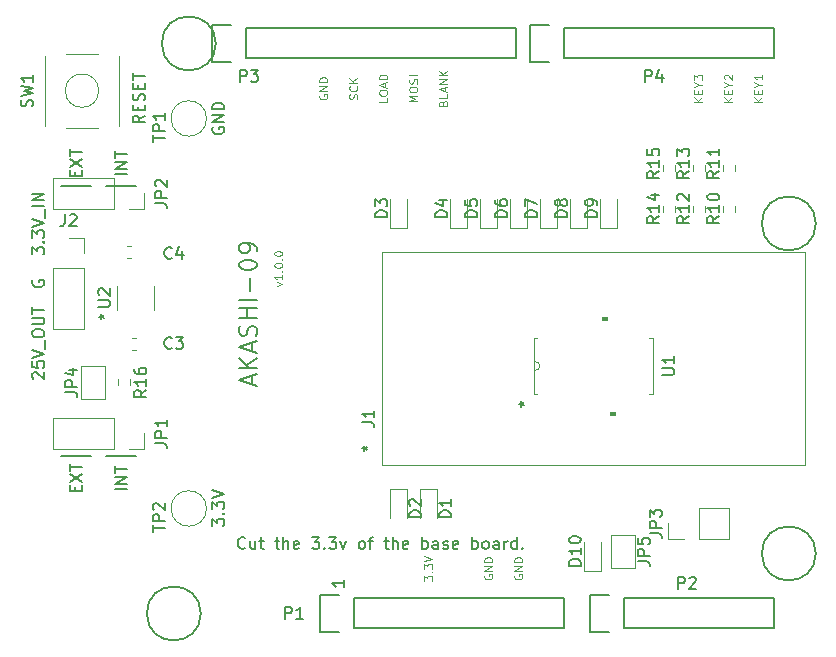
<source format=gto>
G04 #@! TF.GenerationSoftware,KiCad,Pcbnew,5.1.12-84ad8e8a86~92~ubuntu20.04.1*
G04 #@! TF.CreationDate,2022-02-09T05:50:52+09:00*
G04 #@! TF.ProjectId,Akashi-09,416b6173-6869-42d3-9039-2e6b69636164,rev?*
G04 #@! TF.SameCoordinates,Original*
G04 #@! TF.FileFunction,Legend,Top*
G04 #@! TF.FilePolarity,Positive*
%FSLAX46Y46*%
G04 Gerber Fmt 4.6, Leading zero omitted, Abs format (unit mm)*
G04 Created by KiCad (PCBNEW 5.1.12-84ad8e8a86~92~ubuntu20.04.1) date 2022-02-09 05:50:52*
%MOMM*%
%LPD*%
G01*
G04 APERTURE LIST*
%ADD10C,0.150000*%
%ADD11C,0.100000*%
%ADD12C,0.200000*%
%ADD13C,0.120000*%
%ADD14C,0.050000*%
G04 APERTURE END LIST*
D10*
X128278000Y-82676904D02*
X128230380Y-82772142D01*
X128230380Y-82915000D01*
X128278000Y-83057857D01*
X128373238Y-83153095D01*
X128468476Y-83200714D01*
X128658952Y-83248333D01*
X128801809Y-83248333D01*
X128992285Y-83200714D01*
X129087523Y-83153095D01*
X129182761Y-83057857D01*
X129230380Y-82915000D01*
X129230380Y-82819761D01*
X129182761Y-82676904D01*
X129135142Y-82629285D01*
X128801809Y-82629285D01*
X128801809Y-82819761D01*
X129230380Y-82200714D02*
X128230380Y-82200714D01*
X129230380Y-81629285D01*
X128230380Y-81629285D01*
X129230380Y-81153095D02*
X128230380Y-81153095D01*
X128230380Y-80915000D01*
X128278000Y-80772142D01*
X128373238Y-80676904D01*
X128468476Y-80629285D01*
X128658952Y-80581666D01*
X128801809Y-80581666D01*
X128992285Y-80629285D01*
X129087523Y-80676904D01*
X129182761Y-80772142D01*
X129230380Y-80915000D01*
X129230380Y-81153095D01*
X128230380Y-116411190D02*
X128230380Y-115792142D01*
X128611333Y-116125476D01*
X128611333Y-115982619D01*
X128658952Y-115887380D01*
X128706571Y-115839761D01*
X128801809Y-115792142D01*
X129039904Y-115792142D01*
X129135142Y-115839761D01*
X129182761Y-115887380D01*
X129230380Y-115982619D01*
X129230380Y-116268333D01*
X129182761Y-116363571D01*
X129135142Y-116411190D01*
X129135142Y-115363571D02*
X129182761Y-115315952D01*
X129230380Y-115363571D01*
X129182761Y-115411190D01*
X129135142Y-115363571D01*
X129230380Y-115363571D01*
X128230380Y-114982619D02*
X128230380Y-114363571D01*
X128611333Y-114696904D01*
X128611333Y-114554047D01*
X128658952Y-114458809D01*
X128706571Y-114411190D01*
X128801809Y-114363571D01*
X129039904Y-114363571D01*
X129135142Y-114411190D01*
X129182761Y-114458809D01*
X129230380Y-114554047D01*
X129230380Y-114839761D01*
X129182761Y-114935000D01*
X129135142Y-114982619D01*
X128230380Y-114077857D02*
X129230380Y-113744523D01*
X128230380Y-113411190D01*
X122500380Y-81667380D02*
X122024190Y-82000714D01*
X122500380Y-82238809D02*
X121500380Y-82238809D01*
X121500380Y-81857857D01*
X121548000Y-81762619D01*
X121595619Y-81715000D01*
X121690857Y-81667380D01*
X121833714Y-81667380D01*
X121928952Y-81715000D01*
X121976571Y-81762619D01*
X122024190Y-81857857D01*
X122024190Y-82238809D01*
X121976571Y-81238809D02*
X121976571Y-80905476D01*
X122500380Y-80762619D02*
X122500380Y-81238809D01*
X121500380Y-81238809D01*
X121500380Y-80762619D01*
X122452761Y-80381666D02*
X122500380Y-80238809D01*
X122500380Y-80000714D01*
X122452761Y-79905476D01*
X122405142Y-79857857D01*
X122309904Y-79810238D01*
X122214666Y-79810238D01*
X122119428Y-79857857D01*
X122071809Y-79905476D01*
X122024190Y-80000714D01*
X121976571Y-80191190D01*
X121928952Y-80286428D01*
X121881333Y-80334047D01*
X121786095Y-80381666D01*
X121690857Y-80381666D01*
X121595619Y-80334047D01*
X121548000Y-80286428D01*
X121500380Y-80191190D01*
X121500380Y-79953095D01*
X121548000Y-79810238D01*
X121976571Y-79381666D02*
X121976571Y-79048333D01*
X122500380Y-78905476D02*
X122500380Y-79381666D01*
X121500380Y-79381666D01*
X121500380Y-78905476D01*
X121500380Y-78619761D02*
X121500380Y-78048333D01*
X122500380Y-78334047D02*
X121500380Y-78334047D01*
D11*
X169734666Y-80508333D02*
X169034666Y-80508333D01*
X169734666Y-80108333D02*
X169334666Y-80408333D01*
X169034666Y-80108333D02*
X169434666Y-80508333D01*
X169368000Y-79808333D02*
X169368000Y-79575000D01*
X169734666Y-79475000D02*
X169734666Y-79808333D01*
X169034666Y-79808333D01*
X169034666Y-79475000D01*
X169401333Y-79041666D02*
X169734666Y-79041666D01*
X169034666Y-79275000D02*
X169401333Y-79041666D01*
X169034666Y-78808333D01*
X169034666Y-78641666D02*
X169034666Y-78208333D01*
X169301333Y-78441666D01*
X169301333Y-78341666D01*
X169334666Y-78275000D01*
X169368000Y-78241666D01*
X169434666Y-78208333D01*
X169601333Y-78208333D01*
X169668000Y-78241666D01*
X169701333Y-78275000D01*
X169734666Y-78341666D01*
X169734666Y-78541666D01*
X169701333Y-78608333D01*
X169668000Y-78641666D01*
D10*
X119253000Y-110490000D02*
X121793000Y-110490000D01*
X117983000Y-110490000D02*
X115443000Y-110490000D01*
X119253000Y-87630000D02*
X121793000Y-87630000D01*
X115443000Y-87630000D02*
X117983000Y-87630000D01*
X116641571Y-86796428D02*
X116641571Y-86463095D01*
X117165380Y-86320238D02*
X117165380Y-86796428D01*
X116165380Y-86796428D01*
X116165380Y-86320238D01*
X116165380Y-85986904D02*
X117165380Y-85320238D01*
X116165380Y-85320238D02*
X117165380Y-85986904D01*
X116165380Y-85082142D02*
X116165380Y-84510714D01*
X117165380Y-84796428D02*
X116165380Y-84796428D01*
X120975380Y-86629761D02*
X119975380Y-86629761D01*
X120975380Y-86153571D02*
X119975380Y-86153571D01*
X120975380Y-85582142D01*
X119975380Y-85582142D01*
X119975380Y-85248809D02*
X119975380Y-84677380D01*
X120975380Y-84963095D02*
X119975380Y-84963095D01*
X120975380Y-113299761D02*
X119975380Y-113299761D01*
X120975380Y-112823571D02*
X119975380Y-112823571D01*
X120975380Y-112252142D01*
X119975380Y-112252142D01*
X119975380Y-111918809D02*
X119975380Y-111347380D01*
X120975380Y-111633095D02*
X119975380Y-111633095D01*
X116641571Y-113466428D02*
X116641571Y-113133095D01*
X117165380Y-112990238D02*
X117165380Y-113466428D01*
X116165380Y-113466428D01*
X116165380Y-112990238D01*
X116165380Y-112656904D02*
X117165380Y-111990238D01*
X116165380Y-111990238D02*
X117165380Y-112656904D01*
X116165380Y-111752142D02*
X116165380Y-111180714D01*
X117165380Y-111466428D02*
X116165380Y-111466428D01*
X131014666Y-118272142D02*
X130967047Y-118319761D01*
X130824190Y-118367380D01*
X130728952Y-118367380D01*
X130586095Y-118319761D01*
X130490857Y-118224523D01*
X130443238Y-118129285D01*
X130395619Y-117938809D01*
X130395619Y-117795952D01*
X130443238Y-117605476D01*
X130490857Y-117510238D01*
X130586095Y-117415000D01*
X130728952Y-117367380D01*
X130824190Y-117367380D01*
X130967047Y-117415000D01*
X131014666Y-117462619D01*
X131871809Y-117700714D02*
X131871809Y-118367380D01*
X131443238Y-117700714D02*
X131443238Y-118224523D01*
X131490857Y-118319761D01*
X131586095Y-118367380D01*
X131728952Y-118367380D01*
X131824190Y-118319761D01*
X131871809Y-118272142D01*
X132205142Y-117700714D02*
X132586095Y-117700714D01*
X132348000Y-117367380D02*
X132348000Y-118224523D01*
X132395619Y-118319761D01*
X132490857Y-118367380D01*
X132586095Y-118367380D01*
X133538476Y-117700714D02*
X133919428Y-117700714D01*
X133681333Y-117367380D02*
X133681333Y-118224523D01*
X133728952Y-118319761D01*
X133824190Y-118367380D01*
X133919428Y-118367380D01*
X134252761Y-118367380D02*
X134252761Y-117367380D01*
X134681333Y-118367380D02*
X134681333Y-117843571D01*
X134633714Y-117748333D01*
X134538476Y-117700714D01*
X134395619Y-117700714D01*
X134300380Y-117748333D01*
X134252761Y-117795952D01*
X135538476Y-118319761D02*
X135443238Y-118367380D01*
X135252761Y-118367380D01*
X135157523Y-118319761D01*
X135109904Y-118224523D01*
X135109904Y-117843571D01*
X135157523Y-117748333D01*
X135252761Y-117700714D01*
X135443238Y-117700714D01*
X135538476Y-117748333D01*
X135586095Y-117843571D01*
X135586095Y-117938809D01*
X135109904Y-118034047D01*
X136681333Y-117367380D02*
X137300380Y-117367380D01*
X136967047Y-117748333D01*
X137109904Y-117748333D01*
X137205142Y-117795952D01*
X137252761Y-117843571D01*
X137300380Y-117938809D01*
X137300380Y-118176904D01*
X137252761Y-118272142D01*
X137205142Y-118319761D01*
X137109904Y-118367380D01*
X136824190Y-118367380D01*
X136728952Y-118319761D01*
X136681333Y-118272142D01*
X137728952Y-118272142D02*
X137776571Y-118319761D01*
X137728952Y-118367380D01*
X137681333Y-118319761D01*
X137728952Y-118272142D01*
X137728952Y-118367380D01*
X138109904Y-117367380D02*
X138728952Y-117367380D01*
X138395619Y-117748333D01*
X138538476Y-117748333D01*
X138633714Y-117795952D01*
X138681333Y-117843571D01*
X138728952Y-117938809D01*
X138728952Y-118176904D01*
X138681333Y-118272142D01*
X138633714Y-118319761D01*
X138538476Y-118367380D01*
X138252761Y-118367380D01*
X138157523Y-118319761D01*
X138109904Y-118272142D01*
X139062285Y-117700714D02*
X139300380Y-118367380D01*
X139538476Y-117700714D01*
X140824190Y-118367380D02*
X140728952Y-118319761D01*
X140681333Y-118272142D01*
X140633714Y-118176904D01*
X140633714Y-117891190D01*
X140681333Y-117795952D01*
X140728952Y-117748333D01*
X140824190Y-117700714D01*
X140967047Y-117700714D01*
X141062285Y-117748333D01*
X141109904Y-117795952D01*
X141157523Y-117891190D01*
X141157523Y-118176904D01*
X141109904Y-118272142D01*
X141062285Y-118319761D01*
X140967047Y-118367380D01*
X140824190Y-118367380D01*
X141443238Y-117700714D02*
X141824190Y-117700714D01*
X141586095Y-118367380D02*
X141586095Y-117510238D01*
X141633714Y-117415000D01*
X141728952Y-117367380D01*
X141824190Y-117367380D01*
X142776571Y-117700714D02*
X143157523Y-117700714D01*
X142919428Y-117367380D02*
X142919428Y-118224523D01*
X142967047Y-118319761D01*
X143062285Y-118367380D01*
X143157523Y-118367380D01*
X143490857Y-118367380D02*
X143490857Y-117367380D01*
X143919428Y-118367380D02*
X143919428Y-117843571D01*
X143871809Y-117748333D01*
X143776571Y-117700714D01*
X143633714Y-117700714D01*
X143538476Y-117748333D01*
X143490857Y-117795952D01*
X144776571Y-118319761D02*
X144681333Y-118367380D01*
X144490857Y-118367380D01*
X144395619Y-118319761D01*
X144348000Y-118224523D01*
X144348000Y-117843571D01*
X144395619Y-117748333D01*
X144490857Y-117700714D01*
X144681333Y-117700714D01*
X144776571Y-117748333D01*
X144824190Y-117843571D01*
X144824190Y-117938809D01*
X144348000Y-118034047D01*
X146014666Y-118367380D02*
X146014666Y-117367380D01*
X146014666Y-117748333D02*
X146109904Y-117700714D01*
X146300380Y-117700714D01*
X146395619Y-117748333D01*
X146443238Y-117795952D01*
X146490857Y-117891190D01*
X146490857Y-118176904D01*
X146443238Y-118272142D01*
X146395619Y-118319761D01*
X146300380Y-118367380D01*
X146109904Y-118367380D01*
X146014666Y-118319761D01*
X147348000Y-118367380D02*
X147348000Y-117843571D01*
X147300380Y-117748333D01*
X147205142Y-117700714D01*
X147014666Y-117700714D01*
X146919428Y-117748333D01*
X147348000Y-118319761D02*
X147252761Y-118367380D01*
X147014666Y-118367380D01*
X146919428Y-118319761D01*
X146871809Y-118224523D01*
X146871809Y-118129285D01*
X146919428Y-118034047D01*
X147014666Y-117986428D01*
X147252761Y-117986428D01*
X147348000Y-117938809D01*
X147776571Y-118319761D02*
X147871809Y-118367380D01*
X148062285Y-118367380D01*
X148157523Y-118319761D01*
X148205142Y-118224523D01*
X148205142Y-118176904D01*
X148157523Y-118081666D01*
X148062285Y-118034047D01*
X147919428Y-118034047D01*
X147824190Y-117986428D01*
X147776571Y-117891190D01*
X147776571Y-117843571D01*
X147824190Y-117748333D01*
X147919428Y-117700714D01*
X148062285Y-117700714D01*
X148157523Y-117748333D01*
X149014666Y-118319761D02*
X148919428Y-118367380D01*
X148728952Y-118367380D01*
X148633714Y-118319761D01*
X148586095Y-118224523D01*
X148586095Y-117843571D01*
X148633714Y-117748333D01*
X148728952Y-117700714D01*
X148919428Y-117700714D01*
X149014666Y-117748333D01*
X149062285Y-117843571D01*
X149062285Y-117938809D01*
X148586095Y-118034047D01*
X150252761Y-118367380D02*
X150252761Y-117367380D01*
X150252761Y-117748333D02*
X150348000Y-117700714D01*
X150538476Y-117700714D01*
X150633714Y-117748333D01*
X150681333Y-117795952D01*
X150728952Y-117891190D01*
X150728952Y-118176904D01*
X150681333Y-118272142D01*
X150633714Y-118319761D01*
X150538476Y-118367380D01*
X150348000Y-118367380D01*
X150252761Y-118319761D01*
X151300380Y-118367380D02*
X151205142Y-118319761D01*
X151157523Y-118272142D01*
X151109904Y-118176904D01*
X151109904Y-117891190D01*
X151157523Y-117795952D01*
X151205142Y-117748333D01*
X151300380Y-117700714D01*
X151443238Y-117700714D01*
X151538476Y-117748333D01*
X151586095Y-117795952D01*
X151633714Y-117891190D01*
X151633714Y-118176904D01*
X151586095Y-118272142D01*
X151538476Y-118319761D01*
X151443238Y-118367380D01*
X151300380Y-118367380D01*
X152490857Y-118367380D02*
X152490857Y-117843571D01*
X152443238Y-117748333D01*
X152347999Y-117700714D01*
X152157523Y-117700714D01*
X152062285Y-117748333D01*
X152490857Y-118319761D02*
X152395619Y-118367380D01*
X152157523Y-118367380D01*
X152062285Y-118319761D01*
X152014666Y-118224523D01*
X152014666Y-118129285D01*
X152062285Y-118034047D01*
X152157523Y-117986428D01*
X152395619Y-117986428D01*
X152490857Y-117938809D01*
X152967047Y-118367380D02*
X152967047Y-117700714D01*
X152967047Y-117891190D02*
X153014666Y-117795952D01*
X153062285Y-117748333D01*
X153157523Y-117700714D01*
X153252761Y-117700714D01*
X154014666Y-118367380D02*
X154014666Y-117367380D01*
X154014666Y-118319761D02*
X153919428Y-118367380D01*
X153728952Y-118367380D01*
X153633714Y-118319761D01*
X153586095Y-118272142D01*
X153538476Y-118176904D01*
X153538476Y-117891190D01*
X153586095Y-117795952D01*
X153633714Y-117748333D01*
X153728952Y-117700714D01*
X153919428Y-117700714D01*
X154014666Y-117748333D01*
X154490857Y-118272142D02*
X154538476Y-118319761D01*
X154490857Y-118367380D01*
X154443238Y-118319761D01*
X154490857Y-118272142D01*
X154490857Y-118367380D01*
D11*
X133708000Y-96115000D02*
X134174666Y-95948333D01*
X133708000Y-95781666D01*
X134174666Y-95148333D02*
X134174666Y-95548333D01*
X134174666Y-95348333D02*
X133474666Y-95348333D01*
X133574666Y-95415000D01*
X133641333Y-95481666D01*
X133674666Y-95548333D01*
X134108000Y-94848333D02*
X134141333Y-94815000D01*
X134174666Y-94848333D01*
X134141333Y-94881666D01*
X134108000Y-94848333D01*
X134174666Y-94848333D01*
X133474666Y-94381666D02*
X133474666Y-94315000D01*
X133508000Y-94248333D01*
X133541333Y-94215000D01*
X133608000Y-94181666D01*
X133741333Y-94148333D01*
X133908000Y-94148333D01*
X134041333Y-94181666D01*
X134108000Y-94215000D01*
X134141333Y-94248333D01*
X134174666Y-94315000D01*
X134174666Y-94381666D01*
X134141333Y-94448333D01*
X134108000Y-94481666D01*
X134041333Y-94515000D01*
X133908000Y-94548333D01*
X133741333Y-94548333D01*
X133608000Y-94515000D01*
X133541333Y-94481666D01*
X133508000Y-94448333D01*
X133474666Y-94381666D01*
X134108000Y-93848333D02*
X134141333Y-93815000D01*
X134174666Y-93848333D01*
X134141333Y-93881666D01*
X134108000Y-93848333D01*
X134174666Y-93848333D01*
X133474666Y-93381666D02*
X133474666Y-93315000D01*
X133508000Y-93248333D01*
X133541333Y-93215000D01*
X133608000Y-93181666D01*
X133741333Y-93148333D01*
X133908000Y-93148333D01*
X134041333Y-93181666D01*
X134108000Y-93215000D01*
X134141333Y-93248333D01*
X134174666Y-93315000D01*
X134174666Y-93381666D01*
X134141333Y-93448333D01*
X134108000Y-93481666D01*
X134041333Y-93515000D01*
X133908000Y-93548333D01*
X133741333Y-93548333D01*
X133608000Y-93515000D01*
X133541333Y-93481666D01*
X133508000Y-93448333D01*
X133474666Y-93381666D01*
D12*
X131568000Y-104389285D02*
X131568000Y-103675000D01*
X131996571Y-104532142D02*
X130496571Y-104032142D01*
X131996571Y-103532142D01*
X131996571Y-103032142D02*
X130496571Y-103032142D01*
X131996571Y-102175000D02*
X131139428Y-102817857D01*
X130496571Y-102175000D02*
X131353714Y-103032142D01*
X131568000Y-101603571D02*
X131568000Y-100889285D01*
X131996571Y-101746428D02*
X130496571Y-101246428D01*
X131996571Y-100746428D01*
X131925142Y-100317857D02*
X131996571Y-100103571D01*
X131996571Y-99746428D01*
X131925142Y-99603571D01*
X131853714Y-99532142D01*
X131710857Y-99460714D01*
X131568000Y-99460714D01*
X131425142Y-99532142D01*
X131353714Y-99603571D01*
X131282285Y-99746428D01*
X131210857Y-100032142D01*
X131139428Y-100175000D01*
X131068000Y-100246428D01*
X130925142Y-100317857D01*
X130782285Y-100317857D01*
X130639428Y-100246428D01*
X130568000Y-100175000D01*
X130496571Y-100032142D01*
X130496571Y-99675000D01*
X130568000Y-99460714D01*
X131996571Y-98817857D02*
X130496571Y-98817857D01*
X131210857Y-98817857D02*
X131210857Y-97960714D01*
X131996571Y-97960714D02*
X130496571Y-97960714D01*
X131996571Y-97246428D02*
X130496571Y-97246428D01*
X131425142Y-96532142D02*
X131425142Y-95389285D01*
X130496571Y-94389285D02*
X130496571Y-94246428D01*
X130568000Y-94103571D01*
X130639428Y-94032142D01*
X130782285Y-93960714D01*
X131068000Y-93889285D01*
X131425142Y-93889285D01*
X131710857Y-93960714D01*
X131853714Y-94032142D01*
X131925142Y-94103571D01*
X131996571Y-94246428D01*
X131996571Y-94389285D01*
X131925142Y-94532142D01*
X131853714Y-94603571D01*
X131710857Y-94675000D01*
X131425142Y-94746428D01*
X131068000Y-94746428D01*
X130782285Y-94675000D01*
X130639428Y-94603571D01*
X130568000Y-94532142D01*
X130496571Y-94389285D01*
X131996571Y-93175000D02*
X131996571Y-92889285D01*
X131925142Y-92746428D01*
X131853714Y-92675000D01*
X131639428Y-92532142D01*
X131353714Y-92460714D01*
X130782285Y-92460714D01*
X130639428Y-92532142D01*
X130568000Y-92603571D01*
X130496571Y-92746428D01*
X130496571Y-93032142D01*
X130568000Y-93175000D01*
X130639428Y-93246428D01*
X130782285Y-93317857D01*
X131139428Y-93317857D01*
X131282285Y-93246428D01*
X131353714Y-93175000D01*
X131425142Y-93032142D01*
X131425142Y-92746428D01*
X131353714Y-92603571D01*
X131282285Y-92532142D01*
X131139428Y-92460714D01*
D11*
X137318000Y-79908333D02*
X137284666Y-79975000D01*
X137284666Y-80075000D01*
X137318000Y-80175000D01*
X137384666Y-80241666D01*
X137451333Y-80275000D01*
X137584666Y-80308333D01*
X137684666Y-80308333D01*
X137818000Y-80275000D01*
X137884666Y-80241666D01*
X137951333Y-80175000D01*
X137984666Y-80075000D01*
X137984666Y-80008333D01*
X137951333Y-79908333D01*
X137918000Y-79875000D01*
X137684666Y-79875000D01*
X137684666Y-80008333D01*
X137984666Y-79575000D02*
X137284666Y-79575000D01*
X137984666Y-79175000D01*
X137284666Y-79175000D01*
X137984666Y-78841666D02*
X137284666Y-78841666D01*
X137284666Y-78675000D01*
X137318000Y-78575000D01*
X137384666Y-78508333D01*
X137451333Y-78475000D01*
X137584666Y-78441666D01*
X137684666Y-78441666D01*
X137818000Y-78475000D01*
X137884666Y-78508333D01*
X137951333Y-78575000D01*
X137984666Y-78675000D01*
X137984666Y-78841666D01*
X140491333Y-80275000D02*
X140524666Y-80175000D01*
X140524666Y-80008333D01*
X140491333Y-79941666D01*
X140458000Y-79908333D01*
X140391333Y-79875000D01*
X140324666Y-79875000D01*
X140258000Y-79908333D01*
X140224666Y-79941666D01*
X140191333Y-80008333D01*
X140158000Y-80141666D01*
X140124666Y-80208333D01*
X140091333Y-80241666D01*
X140024666Y-80275000D01*
X139958000Y-80275000D01*
X139891333Y-80241666D01*
X139858000Y-80208333D01*
X139824666Y-80141666D01*
X139824666Y-79975000D01*
X139858000Y-79875000D01*
X140458000Y-79175000D02*
X140491333Y-79208333D01*
X140524666Y-79308333D01*
X140524666Y-79375000D01*
X140491333Y-79475000D01*
X140424666Y-79541666D01*
X140358000Y-79575000D01*
X140224666Y-79608333D01*
X140124666Y-79608333D01*
X139991333Y-79575000D01*
X139924666Y-79541666D01*
X139858000Y-79475000D01*
X139824666Y-79375000D01*
X139824666Y-79308333D01*
X139858000Y-79208333D01*
X139891333Y-79175000D01*
X140524666Y-78875000D02*
X139824666Y-78875000D01*
X140524666Y-78475000D02*
X140124666Y-78775000D01*
X139824666Y-78475000D02*
X140224666Y-78875000D01*
X143064666Y-80175000D02*
X143064666Y-80508333D01*
X142364666Y-80508333D01*
X142364666Y-79808333D02*
X142364666Y-79675000D01*
X142398000Y-79608333D01*
X142464666Y-79541666D01*
X142598000Y-79508333D01*
X142831333Y-79508333D01*
X142964666Y-79541666D01*
X143031333Y-79608333D01*
X143064666Y-79675000D01*
X143064666Y-79808333D01*
X143031333Y-79875000D01*
X142964666Y-79941666D01*
X142831333Y-79975000D01*
X142598000Y-79975000D01*
X142464666Y-79941666D01*
X142398000Y-79875000D01*
X142364666Y-79808333D01*
X142864666Y-79241666D02*
X142864666Y-78908333D01*
X143064666Y-79308333D02*
X142364666Y-79075000D01*
X143064666Y-78841666D01*
X143064666Y-78608333D02*
X142364666Y-78608333D01*
X142364666Y-78441666D01*
X142398000Y-78341666D01*
X142464666Y-78275000D01*
X142531333Y-78241666D01*
X142664666Y-78208333D01*
X142764666Y-78208333D01*
X142898000Y-78241666D01*
X142964666Y-78275000D01*
X143031333Y-78341666D01*
X143064666Y-78441666D01*
X143064666Y-78608333D01*
X147778000Y-80625000D02*
X147811333Y-80525000D01*
X147844666Y-80491666D01*
X147911333Y-80458333D01*
X148011333Y-80458333D01*
X148078000Y-80491666D01*
X148111333Y-80525000D01*
X148144666Y-80591666D01*
X148144666Y-80858333D01*
X147444666Y-80858333D01*
X147444666Y-80625000D01*
X147478000Y-80558333D01*
X147511333Y-80525000D01*
X147578000Y-80491666D01*
X147644666Y-80491666D01*
X147711333Y-80525000D01*
X147744666Y-80558333D01*
X147778000Y-80625000D01*
X147778000Y-80858333D01*
X148144666Y-79825000D02*
X148144666Y-80158333D01*
X147444666Y-80158333D01*
X147944666Y-79625000D02*
X147944666Y-79291666D01*
X148144666Y-79691666D02*
X147444666Y-79458333D01*
X148144666Y-79225000D01*
X148144666Y-78991666D02*
X147444666Y-78991666D01*
X148144666Y-78591666D01*
X147444666Y-78591666D01*
X148144666Y-78258333D02*
X147444666Y-78258333D01*
X148144666Y-77858333D02*
X147744666Y-78158333D01*
X147444666Y-77858333D02*
X147844666Y-78258333D01*
X145604666Y-80475000D02*
X144904666Y-80475000D01*
X145404666Y-80241666D01*
X144904666Y-80008333D01*
X145604666Y-80008333D01*
X144904666Y-79541666D02*
X144904666Y-79408333D01*
X144938000Y-79341666D01*
X145004666Y-79275000D01*
X145138000Y-79241666D01*
X145371333Y-79241666D01*
X145504666Y-79275000D01*
X145571333Y-79341666D01*
X145604666Y-79408333D01*
X145604666Y-79541666D01*
X145571333Y-79608333D01*
X145504666Y-79675000D01*
X145371333Y-79708333D01*
X145138000Y-79708333D01*
X145004666Y-79675000D01*
X144938000Y-79608333D01*
X144904666Y-79541666D01*
X145571333Y-78975000D02*
X145604666Y-78875000D01*
X145604666Y-78708333D01*
X145571333Y-78641666D01*
X145538000Y-78608333D01*
X145471333Y-78575000D01*
X145404666Y-78575000D01*
X145338000Y-78608333D01*
X145304666Y-78641666D01*
X145271333Y-78708333D01*
X145238000Y-78841666D01*
X145204666Y-78908333D01*
X145171333Y-78941666D01*
X145104666Y-78975000D01*
X145038000Y-78975000D01*
X144971333Y-78941666D01*
X144938000Y-78908333D01*
X144904666Y-78841666D01*
X144904666Y-78675000D01*
X144938000Y-78575000D01*
X145604666Y-78275000D02*
X144904666Y-78275000D01*
X174814666Y-80508333D02*
X174114666Y-80508333D01*
X174814666Y-80108333D02*
X174414666Y-80408333D01*
X174114666Y-80108333D02*
X174514666Y-80508333D01*
X174448000Y-79808333D02*
X174448000Y-79575000D01*
X174814666Y-79475000D02*
X174814666Y-79808333D01*
X174114666Y-79808333D01*
X174114666Y-79475000D01*
X174481333Y-79041666D02*
X174814666Y-79041666D01*
X174114666Y-79275000D02*
X174481333Y-79041666D01*
X174114666Y-78808333D01*
X174814666Y-78208333D02*
X174814666Y-78608333D01*
X174814666Y-78408333D02*
X174114666Y-78408333D01*
X174214666Y-78475000D01*
X174281333Y-78541666D01*
X174314666Y-78608333D01*
X172274666Y-80508333D02*
X171574666Y-80508333D01*
X172274666Y-80108333D02*
X171874666Y-80408333D01*
X171574666Y-80108333D02*
X171974666Y-80508333D01*
X171908000Y-79808333D02*
X171908000Y-79575000D01*
X172274666Y-79475000D02*
X172274666Y-79808333D01*
X171574666Y-79808333D01*
X171574666Y-79475000D01*
X171941333Y-79041666D02*
X172274666Y-79041666D01*
X171574666Y-79275000D02*
X171941333Y-79041666D01*
X171574666Y-78808333D01*
X171641333Y-78608333D02*
X171608000Y-78575000D01*
X171574666Y-78508333D01*
X171574666Y-78341666D01*
X171608000Y-78275000D01*
X171641333Y-78241666D01*
X171708000Y-78208333D01*
X171774666Y-78208333D01*
X171874666Y-78241666D01*
X172274666Y-78641666D01*
X172274666Y-78208333D01*
X146174666Y-121048333D02*
X146174666Y-120615000D01*
X146441333Y-120848333D01*
X146441333Y-120748333D01*
X146474666Y-120681666D01*
X146508000Y-120648333D01*
X146574666Y-120615000D01*
X146741333Y-120615000D01*
X146808000Y-120648333D01*
X146841333Y-120681666D01*
X146874666Y-120748333D01*
X146874666Y-120948333D01*
X146841333Y-121015000D01*
X146808000Y-121048333D01*
X146808000Y-120315000D02*
X146841333Y-120281666D01*
X146874666Y-120315000D01*
X146841333Y-120348333D01*
X146808000Y-120315000D01*
X146874666Y-120315000D01*
X146174666Y-120048333D02*
X146174666Y-119615000D01*
X146441333Y-119848333D01*
X146441333Y-119748333D01*
X146474666Y-119681666D01*
X146508000Y-119648333D01*
X146574666Y-119615000D01*
X146741333Y-119615000D01*
X146808000Y-119648333D01*
X146841333Y-119681666D01*
X146874666Y-119748333D01*
X146874666Y-119948333D01*
X146841333Y-120015000D01*
X146808000Y-120048333D01*
X146174666Y-119415000D02*
X146874666Y-119181666D01*
X146174666Y-118948333D01*
X153828000Y-120548333D02*
X153794666Y-120615000D01*
X153794666Y-120715000D01*
X153828000Y-120815000D01*
X153894666Y-120881666D01*
X153961333Y-120915000D01*
X154094666Y-120948333D01*
X154194666Y-120948333D01*
X154328000Y-120915000D01*
X154394666Y-120881666D01*
X154461333Y-120815000D01*
X154494666Y-120715000D01*
X154494666Y-120648333D01*
X154461333Y-120548333D01*
X154428000Y-120515000D01*
X154194666Y-120515000D01*
X154194666Y-120648333D01*
X154494666Y-120215000D02*
X153794666Y-120215000D01*
X154494666Y-119815000D01*
X153794666Y-119815000D01*
X154494666Y-119481666D02*
X153794666Y-119481666D01*
X153794666Y-119315000D01*
X153828000Y-119215000D01*
X153894666Y-119148333D01*
X153961333Y-119115000D01*
X154094666Y-119081666D01*
X154194666Y-119081666D01*
X154328000Y-119115000D01*
X154394666Y-119148333D01*
X154461333Y-119215000D01*
X154494666Y-119315000D01*
X154494666Y-119481666D01*
X151288000Y-120548333D02*
X151254666Y-120615000D01*
X151254666Y-120715000D01*
X151288000Y-120815000D01*
X151354666Y-120881666D01*
X151421333Y-120915000D01*
X151554666Y-120948333D01*
X151654666Y-120948333D01*
X151788000Y-120915000D01*
X151854666Y-120881666D01*
X151921333Y-120815000D01*
X151954666Y-120715000D01*
X151954666Y-120648333D01*
X151921333Y-120548333D01*
X151888000Y-120515000D01*
X151654666Y-120515000D01*
X151654666Y-120648333D01*
X151954666Y-120215000D02*
X151254666Y-120215000D01*
X151954666Y-119815000D01*
X151254666Y-119815000D01*
X151954666Y-119481666D02*
X151254666Y-119481666D01*
X151254666Y-119315000D01*
X151288000Y-119215000D01*
X151354666Y-119148333D01*
X151421333Y-119115000D01*
X151554666Y-119081666D01*
X151654666Y-119081666D01*
X151788000Y-119115000D01*
X151854666Y-119148333D01*
X151921333Y-119215000D01*
X151954666Y-119315000D01*
X151954666Y-119481666D01*
D10*
X113038000Y-95623095D02*
X112990380Y-95718333D01*
X112990380Y-95861190D01*
X113038000Y-96004047D01*
X113133238Y-96099285D01*
X113228476Y-96146904D01*
X113418952Y-96194523D01*
X113561809Y-96194523D01*
X113752285Y-96146904D01*
X113847523Y-96099285D01*
X113942761Y-96004047D01*
X113990380Y-95861190D01*
X113990380Y-95765952D01*
X113942761Y-95623095D01*
X113895142Y-95575476D01*
X113561809Y-95575476D01*
X113561809Y-95765952D01*
X113085619Y-103965000D02*
X113038000Y-103917380D01*
X112990380Y-103822142D01*
X112990380Y-103584047D01*
X113038000Y-103488809D01*
X113085619Y-103441190D01*
X113180857Y-103393571D01*
X113276095Y-103393571D01*
X113418952Y-103441190D01*
X113990380Y-104012619D01*
X113990380Y-103393571D01*
X112990380Y-102488809D02*
X112990380Y-102965000D01*
X113466571Y-103012619D01*
X113418952Y-102965000D01*
X113371333Y-102869761D01*
X113371333Y-102631666D01*
X113418952Y-102536428D01*
X113466571Y-102488809D01*
X113561809Y-102441190D01*
X113799904Y-102441190D01*
X113895142Y-102488809D01*
X113942761Y-102536428D01*
X113990380Y-102631666D01*
X113990380Y-102869761D01*
X113942761Y-102965000D01*
X113895142Y-103012619D01*
X112990380Y-102155476D02*
X113990380Y-101822142D01*
X112990380Y-101488809D01*
X114085619Y-101393571D02*
X114085619Y-100631666D01*
X112990380Y-100203095D02*
X112990380Y-100012619D01*
X113038000Y-99917380D01*
X113133238Y-99822142D01*
X113323714Y-99774523D01*
X113657047Y-99774523D01*
X113847523Y-99822142D01*
X113942761Y-99917380D01*
X113990380Y-100012619D01*
X113990380Y-100203095D01*
X113942761Y-100298333D01*
X113847523Y-100393571D01*
X113657047Y-100441190D01*
X113323714Y-100441190D01*
X113133238Y-100393571D01*
X113038000Y-100298333D01*
X112990380Y-100203095D01*
X112990380Y-99345952D02*
X113799904Y-99345952D01*
X113895142Y-99298333D01*
X113942761Y-99250714D01*
X113990380Y-99155476D01*
X113990380Y-98965000D01*
X113942761Y-98869761D01*
X113895142Y-98822142D01*
X113799904Y-98774523D01*
X112990380Y-98774523D01*
X112990380Y-98441190D02*
X112990380Y-97869761D01*
X113990380Y-98155476D02*
X112990380Y-98155476D01*
X112990380Y-93424047D02*
X112990380Y-92805000D01*
X113371333Y-93138333D01*
X113371333Y-92995476D01*
X113418952Y-92900238D01*
X113466571Y-92852619D01*
X113561809Y-92805000D01*
X113799904Y-92805000D01*
X113895142Y-92852619D01*
X113942761Y-92900238D01*
X113990380Y-92995476D01*
X113990380Y-93281190D01*
X113942761Y-93376428D01*
X113895142Y-93424047D01*
X113895142Y-92376428D02*
X113942761Y-92328809D01*
X113990380Y-92376428D01*
X113942761Y-92424047D01*
X113895142Y-92376428D01*
X113990380Y-92376428D01*
X112990380Y-91995476D02*
X112990380Y-91376428D01*
X113371333Y-91709761D01*
X113371333Y-91566904D01*
X113418952Y-91471666D01*
X113466571Y-91424047D01*
X113561809Y-91376428D01*
X113799904Y-91376428D01*
X113895142Y-91424047D01*
X113942761Y-91471666D01*
X113990380Y-91566904D01*
X113990380Y-91852619D01*
X113942761Y-91947857D01*
X113895142Y-91995476D01*
X112990380Y-91090714D02*
X113990380Y-90757380D01*
X112990380Y-90424047D01*
X114085619Y-90328809D02*
X114085619Y-89566904D01*
X113990380Y-89328809D02*
X112990380Y-89328809D01*
X113990380Y-88852619D02*
X112990380Y-88852619D01*
X113990380Y-88281190D01*
X112990380Y-88281190D01*
X139390380Y-120999285D02*
X139390380Y-121570714D01*
X139390380Y-121285000D02*
X138390380Y-121285000D01*
X138533238Y-121380238D01*
X138628476Y-121475476D01*
X138676095Y-121570714D01*
D13*
G04 #@! TO.C,TP2*
X127738000Y-114935000D02*
G75*
G03*
X127738000Y-114935000I-1500000J0D01*
G01*
G04 #@! TO.C,TP1*
X127738000Y-81915000D02*
G75*
G03*
X127738000Y-81915000I-1500000J0D01*
G01*
G04 #@! TO.C,JP5*
X161998000Y-117165000D02*
X163998000Y-117165000D01*
X161998000Y-119965000D02*
X161998000Y-117165000D01*
X163998000Y-119965000D02*
X161998000Y-119965000D01*
X163998000Y-117165000D02*
X163998000Y-119965000D01*
G04 #@! TO.C,D10*
X159663000Y-117765000D02*
X159663000Y-120225000D01*
X159663000Y-120225000D02*
X161133000Y-120225000D01*
X161133000Y-120225000D02*
X161133000Y-117765000D01*
G04 #@! TO.C,J2*
X114748000Y-94615000D02*
X117408000Y-94615000D01*
X114748000Y-94615000D02*
X114748000Y-99755000D01*
X114748000Y-99755000D02*
X117408000Y-99755000D01*
X117408000Y-94615000D02*
X117408000Y-99755000D01*
X117408000Y-92015000D02*
X117408000Y-93345000D01*
X116078000Y-92015000D02*
X117408000Y-92015000D01*
G04 #@! TO.C,J1*
X142621000Y-111252000D02*
X178435000Y-111252000D01*
X142621000Y-93218000D02*
X142621000Y-111252000D01*
X178435000Y-93218000D02*
X142621000Y-93218000D01*
X178435000Y-111252000D02*
X178435000Y-93218000D01*
G04 #@! TO.C,JP3*
X166818000Y-117535000D02*
X166818000Y-116205000D01*
X168148000Y-117535000D02*
X166818000Y-117535000D01*
X169418000Y-117535000D02*
X169418000Y-114875000D01*
X169418000Y-114875000D02*
X172018000Y-114875000D01*
X169418000Y-117535000D02*
X172018000Y-117535000D01*
X172018000Y-117535000D02*
X172018000Y-114875000D01*
G04 #@! TO.C,U2*
X123297799Y-98118300D02*
X123297799Y-96111700D01*
X120148199Y-96111700D02*
X120148199Y-98118300D01*
G04 #@! TO.C,SW1*
X118538000Y-82685000D02*
X115858000Y-82685000D01*
X115858000Y-76445000D02*
X118538000Y-76445000D01*
X120318000Y-76595000D02*
X120318000Y-82535000D01*
X114078000Y-76595000D02*
X114078000Y-82535000D01*
X118612214Y-79565000D02*
G75*
G03*
X118612214Y-79565000I-1414214J0D01*
G01*
G04 #@! TO.C,R16*
X120225500Y-104010276D02*
X120225500Y-104519724D01*
X121270500Y-104010276D02*
X121270500Y-104519724D01*
G04 #@! TO.C,JP2*
X122488000Y-88265000D02*
X122488000Y-89595000D01*
X122488000Y-89595000D02*
X121158000Y-89595000D01*
X119888000Y-89595000D02*
X114748000Y-89595000D01*
X114748000Y-86935000D02*
X114748000Y-89595000D01*
X119888000Y-86935000D02*
X114748000Y-86935000D01*
X119888000Y-86935000D02*
X119888000Y-89595000D01*
G04 #@! TO.C,JP4*
X117148000Y-105665000D02*
X117148000Y-102865000D01*
X117148000Y-102865000D02*
X119148000Y-102865000D01*
X119148000Y-102865000D02*
X119148000Y-105665000D01*
X119148000Y-105665000D02*
X117148000Y-105665000D01*
G04 #@! TO.C,JP1*
X122488000Y-108585000D02*
X122488000Y-109915000D01*
X122488000Y-109915000D02*
X121158000Y-109915000D01*
X119888000Y-109915000D02*
X114748000Y-109915000D01*
X114748000Y-107255000D02*
X114748000Y-109915000D01*
X119888000Y-107255000D02*
X114748000Y-107255000D01*
X119888000Y-107255000D02*
X119888000Y-109915000D01*
G04 #@! TO.C,C4*
X121331767Y-92705000D02*
X121039233Y-92705000D01*
X121331767Y-93725000D02*
X121039233Y-93725000D01*
G04 #@! TO.C,C3*
X121464233Y-101525000D02*
X121756767Y-101525000D01*
X121464233Y-100505000D02*
X121756767Y-100505000D01*
G04 #@! TO.C,R11*
X171435500Y-86337224D02*
X171435500Y-85827776D01*
X172480500Y-86337224D02*
X172480500Y-85827776D01*
G04 #@! TO.C,R10*
X171435500Y-89867224D02*
X171435500Y-89357776D01*
X172480500Y-89867224D02*
X172480500Y-89357776D01*
G04 #@! TO.C,R13*
X168895500Y-86337224D02*
X168895500Y-85827776D01*
X169940500Y-86337224D02*
X169940500Y-85827776D01*
G04 #@! TO.C,R12*
X168895500Y-89867224D02*
X168895500Y-89357776D01*
X169940500Y-89867224D02*
X169940500Y-89357776D01*
G04 #@! TO.C,R15*
X166355500Y-86337224D02*
X166355500Y-85827776D01*
X167400500Y-86337224D02*
X167400500Y-85827776D01*
G04 #@! TO.C,R14*
X166355500Y-89867224D02*
X166355500Y-89357776D01*
X167400500Y-89867224D02*
X167400500Y-89357776D01*
G04 #@! TO.C,D1*
X147293000Y-115735000D02*
X147293000Y-113275000D01*
X147293000Y-113275000D02*
X145823000Y-113275000D01*
X145823000Y-113275000D02*
X145823000Y-115735000D01*
G04 #@! TO.C,D4*
X148363000Y-88735000D02*
X148363000Y-91195000D01*
X148363000Y-91195000D02*
X149833000Y-91195000D01*
X149833000Y-91195000D02*
X149833000Y-88735000D01*
G04 #@! TO.C,D6*
X153443000Y-88735000D02*
X153443000Y-91195000D01*
X153443000Y-91195000D02*
X154913000Y-91195000D01*
X154913000Y-91195000D02*
X154913000Y-88735000D01*
G04 #@! TO.C,D8*
X158523000Y-88735000D02*
X158523000Y-91195000D01*
X158523000Y-91195000D02*
X159993000Y-91195000D01*
X159993000Y-91195000D02*
X159993000Y-88735000D01*
G04 #@! TO.C,D2*
X144753000Y-115735000D02*
X144753000Y-113275000D01*
X144753000Y-113275000D02*
X143283000Y-113275000D01*
X143283000Y-113275000D02*
X143283000Y-115735000D01*
G04 #@! TO.C,D3*
X143283000Y-88735000D02*
X143283000Y-91195000D01*
X143283000Y-91195000D02*
X144753000Y-91195000D01*
X144753000Y-91195000D02*
X144753000Y-88735000D01*
G04 #@! TO.C,D5*
X150903000Y-88735000D02*
X150903000Y-91195000D01*
X150903000Y-91195000D02*
X152373000Y-91195000D01*
X152373000Y-91195000D02*
X152373000Y-88735000D01*
G04 #@! TO.C,D7*
X155983000Y-88735000D02*
X155983000Y-91195000D01*
X155983000Y-91195000D02*
X157453000Y-91195000D01*
X157453000Y-91195000D02*
X157453000Y-88735000D01*
G04 #@! TO.C,D9*
X161063000Y-88735000D02*
X161063000Y-91195000D01*
X161063000Y-91195000D02*
X162533000Y-91195000D01*
X162533000Y-91195000D02*
X162533000Y-88735000D01*
G04 #@! TO.C,U1*
X165512200Y-105249900D02*
X165512200Y-100500100D01*
X165512200Y-100500100D02*
X165218540Y-100500100D01*
X155453800Y-100500100D02*
X155453800Y-105249900D01*
X155453800Y-105249900D02*
X155747460Y-105249900D01*
X165218538Y-105249900D02*
X165512200Y-105249900D01*
X155747460Y-100500100D02*
X155453800Y-100500100D01*
D11*
G36*
X161917498Y-107015200D02*
G01*
X162298498Y-107015200D01*
X162298498Y-106761200D01*
X161917498Y-106761200D01*
X161917498Y-107015200D01*
G37*
X161917498Y-107015200D02*
X162298498Y-107015200D01*
X162298498Y-106761200D01*
X161917498Y-106761200D01*
X161917498Y-107015200D01*
G36*
X161267499Y-98734800D02*
G01*
X161648499Y-98734800D01*
X161648499Y-98988800D01*
X161267499Y-98988800D01*
X161267499Y-98734800D01*
G37*
X161267499Y-98734800D02*
X161648499Y-98734800D01*
X161648499Y-98988800D01*
X161267499Y-98988800D01*
X161267499Y-98734800D01*
D14*
X155580800Y-102500350D02*
G75*
G02*
X155580800Y-103249650I0J-374650D01*
G01*
D10*
G04 #@! TO.C,P1*
X137388000Y-122275000D02*
X137388000Y-125375000D01*
X138938000Y-122275000D02*
X137388000Y-122275000D01*
X140208000Y-125095000D02*
X140208000Y-122555000D01*
X137388000Y-125375000D02*
X138938000Y-125375000D01*
X157988000Y-122555000D02*
X140208000Y-122555000D01*
X157988000Y-125095000D02*
X157988000Y-122555000D01*
X140208000Y-125095000D02*
X157988000Y-125095000D01*
G04 #@! TO.C,P2*
X160248000Y-122275000D02*
X160248000Y-125375000D01*
X161798000Y-122275000D02*
X160248000Y-122275000D01*
X163068000Y-125095000D02*
X163068000Y-122555000D01*
X160248000Y-125375000D02*
X161798000Y-125375000D01*
X175768000Y-122555000D02*
X163068000Y-122555000D01*
X175768000Y-125095000D02*
X175768000Y-122555000D01*
X163068000Y-125095000D02*
X175768000Y-125095000D01*
G04 #@! TO.C,P3*
X128244000Y-74015000D02*
X128244000Y-77115000D01*
X129794000Y-74015000D02*
X128244000Y-74015000D01*
X131064000Y-76835000D02*
X131064000Y-74295000D01*
X128244000Y-77115000D02*
X129794000Y-77115000D01*
X153924000Y-74295000D02*
X131064000Y-74295000D01*
X153924000Y-76835000D02*
X153924000Y-74295000D01*
X131064000Y-76835000D02*
X153924000Y-76835000D01*
G04 #@! TO.C,P4*
X155168000Y-74015000D02*
X155168000Y-77115000D01*
X156718000Y-74015000D02*
X155168000Y-74015000D01*
X157988000Y-76835000D02*
X157988000Y-74295000D01*
X155168000Y-77115000D02*
X156718000Y-77115000D01*
X175768000Y-74295000D02*
X157988000Y-74295000D01*
X175768000Y-76835000D02*
X175768000Y-74295000D01*
X157988000Y-76835000D02*
X175768000Y-76835000D01*
G04 #@! TO.C,P5*
X127254000Y-123825000D02*
G75*
G03*
X127254000Y-123825000I-2286000J0D01*
G01*
G04 #@! TO.C,P6*
X179324000Y-118745000D02*
G75*
G03*
X179324000Y-118745000I-2286000J0D01*
G01*
G04 #@! TO.C,P7*
X128524000Y-75565000D02*
G75*
G03*
X128524000Y-75565000I-2286000J0D01*
G01*
G04 #@! TO.C,P8*
X179324000Y-90805000D02*
G75*
G03*
X179324000Y-90805000I-2286000J0D01*
G01*
G04 #@! TO.C,TP2*
X123190380Y-116896904D02*
X123190380Y-116325476D01*
X124190380Y-116611190D02*
X123190380Y-116611190D01*
X124190380Y-115992142D02*
X123190380Y-115992142D01*
X123190380Y-115611190D01*
X123238000Y-115515952D01*
X123285619Y-115468333D01*
X123380857Y-115420714D01*
X123523714Y-115420714D01*
X123618952Y-115468333D01*
X123666571Y-115515952D01*
X123714190Y-115611190D01*
X123714190Y-115992142D01*
X123285619Y-115039761D02*
X123238000Y-114992142D01*
X123190380Y-114896904D01*
X123190380Y-114658809D01*
X123238000Y-114563571D01*
X123285619Y-114515952D01*
X123380857Y-114468333D01*
X123476095Y-114468333D01*
X123618952Y-114515952D01*
X124190380Y-115087380D01*
X124190380Y-114468333D01*
G04 #@! TO.C,TP1*
X123190380Y-83876904D02*
X123190380Y-83305476D01*
X124190380Y-83591190D02*
X123190380Y-83591190D01*
X124190380Y-82972142D02*
X123190380Y-82972142D01*
X123190380Y-82591190D01*
X123238000Y-82495952D01*
X123285619Y-82448333D01*
X123380857Y-82400714D01*
X123523714Y-82400714D01*
X123618952Y-82448333D01*
X123666571Y-82495952D01*
X123714190Y-82591190D01*
X123714190Y-82972142D01*
X124190380Y-81448333D02*
X124190380Y-82019761D01*
X124190380Y-81734047D02*
X123190380Y-81734047D01*
X123333238Y-81829285D01*
X123428476Y-81924523D01*
X123476095Y-82019761D01*
G04 #@! TO.C,JP5*
X164250380Y-119398333D02*
X164964666Y-119398333D01*
X165107523Y-119445952D01*
X165202761Y-119541190D01*
X165250380Y-119684047D01*
X165250380Y-119779285D01*
X165250380Y-118922142D02*
X164250380Y-118922142D01*
X164250380Y-118541190D01*
X164298000Y-118445952D01*
X164345619Y-118398333D01*
X164440857Y-118350714D01*
X164583714Y-118350714D01*
X164678952Y-118398333D01*
X164726571Y-118445952D01*
X164774190Y-118541190D01*
X164774190Y-118922142D01*
X164250380Y-117445952D02*
X164250380Y-117922142D01*
X164726571Y-117969761D01*
X164678952Y-117922142D01*
X164631333Y-117826904D01*
X164631333Y-117588809D01*
X164678952Y-117493571D01*
X164726571Y-117445952D01*
X164821809Y-117398333D01*
X165059904Y-117398333D01*
X165155142Y-117445952D01*
X165202761Y-117493571D01*
X165250380Y-117588809D01*
X165250380Y-117826904D01*
X165202761Y-117922142D01*
X165155142Y-117969761D01*
G04 #@! TO.C,D10*
X159420380Y-119779285D02*
X158420380Y-119779285D01*
X158420380Y-119541190D01*
X158468000Y-119398333D01*
X158563238Y-119303095D01*
X158658476Y-119255476D01*
X158848952Y-119207857D01*
X158991809Y-119207857D01*
X159182285Y-119255476D01*
X159277523Y-119303095D01*
X159372761Y-119398333D01*
X159420380Y-119541190D01*
X159420380Y-119779285D01*
X159420380Y-118255476D02*
X159420380Y-118826904D01*
X159420380Y-118541190D02*
X158420380Y-118541190D01*
X158563238Y-118636428D01*
X158658476Y-118731666D01*
X158706095Y-118826904D01*
X158420380Y-117636428D02*
X158420380Y-117541190D01*
X158468000Y-117445952D01*
X158515619Y-117398333D01*
X158610857Y-117350714D01*
X158801333Y-117303095D01*
X159039428Y-117303095D01*
X159229904Y-117350714D01*
X159325142Y-117398333D01*
X159372761Y-117445952D01*
X159420380Y-117541190D01*
X159420380Y-117636428D01*
X159372761Y-117731666D01*
X159325142Y-117779285D01*
X159229904Y-117826904D01*
X159039428Y-117874523D01*
X158801333Y-117874523D01*
X158610857Y-117826904D01*
X158515619Y-117779285D01*
X158468000Y-117731666D01*
X158420380Y-117636428D01*
G04 #@! TO.C,J2*
X115744666Y-90027380D02*
X115744666Y-90741666D01*
X115697047Y-90884523D01*
X115601809Y-90979761D01*
X115458952Y-91027380D01*
X115363714Y-91027380D01*
X116173238Y-90122619D02*
X116220857Y-90075000D01*
X116316095Y-90027380D01*
X116554190Y-90027380D01*
X116649428Y-90075000D01*
X116697047Y-90122619D01*
X116744666Y-90217857D01*
X116744666Y-90313095D01*
X116697047Y-90455952D01*
X116125619Y-91027380D01*
X116744666Y-91027380D01*
G04 #@! TO.C,J1*
X140930380Y-107648333D02*
X141644666Y-107648333D01*
X141787523Y-107695952D01*
X141882761Y-107791190D01*
X141930380Y-107934047D01*
X141930380Y-108029285D01*
X141930380Y-106648333D02*
X141930380Y-107219761D01*
X141930380Y-106934047D02*
X140930380Y-106934047D01*
X141073238Y-107029285D01*
X141168476Y-107124523D01*
X141216095Y-107219761D01*
X140930380Y-109855000D02*
X141168476Y-109855000D01*
X141073238Y-110093095D02*
X141168476Y-109855000D01*
X141073238Y-109616904D01*
X141358952Y-109997857D02*
X141168476Y-109855000D01*
X141358952Y-109712142D01*
X140930380Y-109855000D02*
X141168476Y-109855000D01*
X141073238Y-110093095D02*
X141168476Y-109855000D01*
X141073238Y-109616904D01*
X141358952Y-109997857D02*
X141168476Y-109855000D01*
X141358952Y-109712142D01*
G04 #@! TO.C,JP3*
X165270380Y-117038333D02*
X165984666Y-117038333D01*
X166127523Y-117085952D01*
X166222761Y-117181190D01*
X166270380Y-117324047D01*
X166270380Y-117419285D01*
X166270380Y-116562142D02*
X165270380Y-116562142D01*
X165270380Y-116181190D01*
X165318000Y-116085952D01*
X165365619Y-116038333D01*
X165460857Y-115990714D01*
X165603714Y-115990714D01*
X165698952Y-116038333D01*
X165746571Y-116085952D01*
X165794190Y-116181190D01*
X165794190Y-116562142D01*
X165270380Y-115657380D02*
X165270380Y-115038333D01*
X165651333Y-115371666D01*
X165651333Y-115228809D01*
X165698952Y-115133571D01*
X165746571Y-115085952D01*
X165841809Y-115038333D01*
X166079904Y-115038333D01*
X166175142Y-115085952D01*
X166222761Y-115133571D01*
X166270380Y-115228809D01*
X166270380Y-115514523D01*
X166222761Y-115609761D01*
X166175142Y-115657380D01*
G04 #@! TO.C,U2*
X118575379Y-97876904D02*
X119384903Y-97876904D01*
X119480141Y-97829285D01*
X119527760Y-97781666D01*
X119575379Y-97686428D01*
X119575379Y-97495952D01*
X119527760Y-97400714D01*
X119480141Y-97353095D01*
X119384903Y-97305476D01*
X118575379Y-97305476D01*
X118670618Y-96876904D02*
X118622999Y-96829285D01*
X118575379Y-96734047D01*
X118575379Y-96495952D01*
X118622999Y-96400714D01*
X118670618Y-96353095D01*
X118765856Y-96305476D01*
X118861094Y-96305476D01*
X119003951Y-96353095D01*
X119575379Y-96924523D01*
X119575379Y-96305476D01*
X118650979Y-98683450D02*
X118889075Y-98683450D01*
X118793837Y-98921545D02*
X118889075Y-98683450D01*
X118793837Y-98445354D01*
X119079551Y-98826307D02*
X118889075Y-98683450D01*
X119079551Y-98540592D01*
X118650979Y-98683450D02*
X118889075Y-98683450D01*
X118793837Y-98921545D02*
X118889075Y-98683450D01*
X118793837Y-98445354D01*
X119079551Y-98826307D02*
X118889075Y-98683450D01*
X119079551Y-98540592D01*
G04 #@! TO.C,SW1*
X112972761Y-80898333D02*
X113020380Y-80755476D01*
X113020380Y-80517380D01*
X112972761Y-80422142D01*
X112925142Y-80374523D01*
X112829904Y-80326904D01*
X112734666Y-80326904D01*
X112639428Y-80374523D01*
X112591809Y-80422142D01*
X112544190Y-80517380D01*
X112496571Y-80707857D01*
X112448952Y-80803095D01*
X112401333Y-80850714D01*
X112306095Y-80898333D01*
X112210857Y-80898333D01*
X112115619Y-80850714D01*
X112068000Y-80803095D01*
X112020380Y-80707857D01*
X112020380Y-80469761D01*
X112068000Y-80326904D01*
X112020380Y-79993571D02*
X113020380Y-79755476D01*
X112306095Y-79565000D01*
X113020380Y-79374523D01*
X112020380Y-79136428D01*
X113020380Y-78231666D02*
X113020380Y-78803095D01*
X113020380Y-78517380D02*
X112020380Y-78517380D01*
X112163238Y-78612619D01*
X112258476Y-78707857D01*
X112306095Y-78803095D01*
G04 #@! TO.C,R16*
X122630380Y-104907857D02*
X122154190Y-105241190D01*
X122630380Y-105479285D02*
X121630380Y-105479285D01*
X121630380Y-105098333D01*
X121678000Y-105003095D01*
X121725619Y-104955476D01*
X121820857Y-104907857D01*
X121963714Y-104907857D01*
X122058952Y-104955476D01*
X122106571Y-105003095D01*
X122154190Y-105098333D01*
X122154190Y-105479285D01*
X122630380Y-103955476D02*
X122630380Y-104526904D01*
X122630380Y-104241190D02*
X121630380Y-104241190D01*
X121773238Y-104336428D01*
X121868476Y-104431666D01*
X121916095Y-104526904D01*
X121630380Y-103098333D02*
X121630380Y-103288809D01*
X121678000Y-103384047D01*
X121725619Y-103431666D01*
X121868476Y-103526904D01*
X122058952Y-103574523D01*
X122439904Y-103574523D01*
X122535142Y-103526904D01*
X122582761Y-103479285D01*
X122630380Y-103384047D01*
X122630380Y-103193571D01*
X122582761Y-103098333D01*
X122535142Y-103050714D01*
X122439904Y-103003095D01*
X122201809Y-103003095D01*
X122106571Y-103050714D01*
X122058952Y-103098333D01*
X122011333Y-103193571D01*
X122011333Y-103384047D01*
X122058952Y-103479285D01*
X122106571Y-103526904D01*
X122201809Y-103574523D01*
G04 #@! TO.C,JP2*
X123380380Y-89098333D02*
X124094666Y-89098333D01*
X124237523Y-89145952D01*
X124332761Y-89241190D01*
X124380380Y-89384047D01*
X124380380Y-89479285D01*
X124380380Y-88622142D02*
X123380380Y-88622142D01*
X123380380Y-88241190D01*
X123428000Y-88145952D01*
X123475619Y-88098333D01*
X123570857Y-88050714D01*
X123713714Y-88050714D01*
X123808952Y-88098333D01*
X123856571Y-88145952D01*
X123904190Y-88241190D01*
X123904190Y-88622142D01*
X123475619Y-87669761D02*
X123428000Y-87622142D01*
X123380380Y-87526904D01*
X123380380Y-87288809D01*
X123428000Y-87193571D01*
X123475619Y-87145952D01*
X123570857Y-87098333D01*
X123666095Y-87098333D01*
X123808952Y-87145952D01*
X124380380Y-87717380D01*
X124380380Y-87098333D01*
G04 #@! TO.C,JP4*
X115800380Y-105098333D02*
X116514666Y-105098333D01*
X116657523Y-105145952D01*
X116752761Y-105241190D01*
X116800380Y-105384047D01*
X116800380Y-105479285D01*
X116800380Y-104622142D02*
X115800380Y-104622142D01*
X115800380Y-104241190D01*
X115848000Y-104145952D01*
X115895619Y-104098333D01*
X115990857Y-104050714D01*
X116133714Y-104050714D01*
X116228952Y-104098333D01*
X116276571Y-104145952D01*
X116324190Y-104241190D01*
X116324190Y-104622142D01*
X116133714Y-103193571D02*
X116800380Y-103193571D01*
X115752761Y-103431666D02*
X116467047Y-103669761D01*
X116467047Y-103050714D01*
G04 #@! TO.C,JP1*
X123380380Y-109418333D02*
X124094666Y-109418333D01*
X124237523Y-109465952D01*
X124332761Y-109561190D01*
X124380380Y-109704047D01*
X124380380Y-109799285D01*
X124380380Y-108942142D02*
X123380380Y-108942142D01*
X123380380Y-108561190D01*
X123428000Y-108465952D01*
X123475619Y-108418333D01*
X123570857Y-108370714D01*
X123713714Y-108370714D01*
X123808952Y-108418333D01*
X123856571Y-108465952D01*
X123904190Y-108561190D01*
X123904190Y-108942142D01*
X124380380Y-107418333D02*
X124380380Y-107989761D01*
X124380380Y-107704047D02*
X123380380Y-107704047D01*
X123523238Y-107799285D01*
X123618476Y-107894523D01*
X123666095Y-107989761D01*
G04 #@! TO.C,C4*
X124801333Y-93702142D02*
X124753714Y-93749761D01*
X124610857Y-93797380D01*
X124515619Y-93797380D01*
X124372761Y-93749761D01*
X124277523Y-93654523D01*
X124229904Y-93559285D01*
X124182285Y-93368809D01*
X124182285Y-93225952D01*
X124229904Y-93035476D01*
X124277523Y-92940238D01*
X124372761Y-92845000D01*
X124515619Y-92797380D01*
X124610857Y-92797380D01*
X124753714Y-92845000D01*
X124801333Y-92892619D01*
X125658476Y-93130714D02*
X125658476Y-93797380D01*
X125420380Y-92749761D02*
X125182285Y-93464047D01*
X125801333Y-93464047D01*
G04 #@! TO.C,C3*
X124801333Y-101322142D02*
X124753714Y-101369761D01*
X124610857Y-101417380D01*
X124515619Y-101417380D01*
X124372761Y-101369761D01*
X124277523Y-101274523D01*
X124229904Y-101179285D01*
X124182285Y-100988809D01*
X124182285Y-100845952D01*
X124229904Y-100655476D01*
X124277523Y-100560238D01*
X124372761Y-100465000D01*
X124515619Y-100417380D01*
X124610857Y-100417380D01*
X124753714Y-100465000D01*
X124801333Y-100512619D01*
X125134666Y-100417380D02*
X125753714Y-100417380D01*
X125420380Y-100798333D01*
X125563238Y-100798333D01*
X125658476Y-100845952D01*
X125706095Y-100893571D01*
X125753714Y-100988809D01*
X125753714Y-101226904D01*
X125706095Y-101322142D01*
X125658476Y-101369761D01*
X125563238Y-101417380D01*
X125277523Y-101417380D01*
X125182285Y-101369761D01*
X125134666Y-101322142D01*
G04 #@! TO.C,R11*
X171140380Y-86367857D02*
X170664190Y-86701190D01*
X171140380Y-86939285D02*
X170140380Y-86939285D01*
X170140380Y-86558333D01*
X170188000Y-86463095D01*
X170235619Y-86415476D01*
X170330857Y-86367857D01*
X170473714Y-86367857D01*
X170568952Y-86415476D01*
X170616571Y-86463095D01*
X170664190Y-86558333D01*
X170664190Y-86939285D01*
X171140380Y-85415476D02*
X171140380Y-85986904D01*
X171140380Y-85701190D02*
X170140380Y-85701190D01*
X170283238Y-85796428D01*
X170378476Y-85891666D01*
X170426095Y-85986904D01*
X171140380Y-84463095D02*
X171140380Y-85034523D01*
X171140380Y-84748809D02*
X170140380Y-84748809D01*
X170283238Y-84844047D01*
X170378476Y-84939285D01*
X170426095Y-85034523D01*
G04 #@! TO.C,R10*
X171140380Y-90177857D02*
X170664190Y-90511190D01*
X171140380Y-90749285D02*
X170140380Y-90749285D01*
X170140380Y-90368333D01*
X170188000Y-90273095D01*
X170235619Y-90225476D01*
X170330857Y-90177857D01*
X170473714Y-90177857D01*
X170568952Y-90225476D01*
X170616571Y-90273095D01*
X170664190Y-90368333D01*
X170664190Y-90749285D01*
X171140380Y-89225476D02*
X171140380Y-89796904D01*
X171140380Y-89511190D02*
X170140380Y-89511190D01*
X170283238Y-89606428D01*
X170378476Y-89701666D01*
X170426095Y-89796904D01*
X170140380Y-88606428D02*
X170140380Y-88511190D01*
X170188000Y-88415952D01*
X170235619Y-88368333D01*
X170330857Y-88320714D01*
X170521333Y-88273095D01*
X170759428Y-88273095D01*
X170949904Y-88320714D01*
X171045142Y-88368333D01*
X171092761Y-88415952D01*
X171140380Y-88511190D01*
X171140380Y-88606428D01*
X171092761Y-88701666D01*
X171045142Y-88749285D01*
X170949904Y-88796904D01*
X170759428Y-88844523D01*
X170521333Y-88844523D01*
X170330857Y-88796904D01*
X170235619Y-88749285D01*
X170188000Y-88701666D01*
X170140380Y-88606428D01*
G04 #@! TO.C,R13*
X168600380Y-86367857D02*
X168124190Y-86701190D01*
X168600380Y-86939285D02*
X167600380Y-86939285D01*
X167600380Y-86558333D01*
X167648000Y-86463095D01*
X167695619Y-86415476D01*
X167790857Y-86367857D01*
X167933714Y-86367857D01*
X168028952Y-86415476D01*
X168076571Y-86463095D01*
X168124190Y-86558333D01*
X168124190Y-86939285D01*
X168600380Y-85415476D02*
X168600380Y-85986904D01*
X168600380Y-85701190D02*
X167600380Y-85701190D01*
X167743238Y-85796428D01*
X167838476Y-85891666D01*
X167886095Y-85986904D01*
X167600380Y-85082142D02*
X167600380Y-84463095D01*
X167981333Y-84796428D01*
X167981333Y-84653571D01*
X168028952Y-84558333D01*
X168076571Y-84510714D01*
X168171809Y-84463095D01*
X168409904Y-84463095D01*
X168505142Y-84510714D01*
X168552761Y-84558333D01*
X168600380Y-84653571D01*
X168600380Y-84939285D01*
X168552761Y-85034523D01*
X168505142Y-85082142D01*
G04 #@! TO.C,R12*
X168600380Y-90177857D02*
X168124190Y-90511190D01*
X168600380Y-90749285D02*
X167600380Y-90749285D01*
X167600380Y-90368333D01*
X167648000Y-90273095D01*
X167695619Y-90225476D01*
X167790857Y-90177857D01*
X167933714Y-90177857D01*
X168028952Y-90225476D01*
X168076571Y-90273095D01*
X168124190Y-90368333D01*
X168124190Y-90749285D01*
X168600380Y-89225476D02*
X168600380Y-89796904D01*
X168600380Y-89511190D02*
X167600380Y-89511190D01*
X167743238Y-89606428D01*
X167838476Y-89701666D01*
X167886095Y-89796904D01*
X167695619Y-88844523D02*
X167648000Y-88796904D01*
X167600380Y-88701666D01*
X167600380Y-88463571D01*
X167648000Y-88368333D01*
X167695619Y-88320714D01*
X167790857Y-88273095D01*
X167886095Y-88273095D01*
X168028952Y-88320714D01*
X168600380Y-88892142D01*
X168600380Y-88273095D01*
G04 #@! TO.C,R15*
X166060380Y-86367857D02*
X165584190Y-86701190D01*
X166060380Y-86939285D02*
X165060380Y-86939285D01*
X165060380Y-86558333D01*
X165108000Y-86463095D01*
X165155619Y-86415476D01*
X165250857Y-86367857D01*
X165393714Y-86367857D01*
X165488952Y-86415476D01*
X165536571Y-86463095D01*
X165584190Y-86558333D01*
X165584190Y-86939285D01*
X166060380Y-85415476D02*
X166060380Y-85986904D01*
X166060380Y-85701190D02*
X165060380Y-85701190D01*
X165203238Y-85796428D01*
X165298476Y-85891666D01*
X165346095Y-85986904D01*
X165060380Y-84510714D02*
X165060380Y-84986904D01*
X165536571Y-85034523D01*
X165488952Y-84986904D01*
X165441333Y-84891666D01*
X165441333Y-84653571D01*
X165488952Y-84558333D01*
X165536571Y-84510714D01*
X165631809Y-84463095D01*
X165869904Y-84463095D01*
X165965142Y-84510714D01*
X166012761Y-84558333D01*
X166060380Y-84653571D01*
X166060380Y-84891666D01*
X166012761Y-84986904D01*
X165965142Y-85034523D01*
G04 #@! TO.C,R14*
X166060380Y-90177857D02*
X165584190Y-90511190D01*
X166060380Y-90749285D02*
X165060380Y-90749285D01*
X165060380Y-90368333D01*
X165108000Y-90273095D01*
X165155619Y-90225476D01*
X165250857Y-90177857D01*
X165393714Y-90177857D01*
X165488952Y-90225476D01*
X165536571Y-90273095D01*
X165584190Y-90368333D01*
X165584190Y-90749285D01*
X166060380Y-89225476D02*
X166060380Y-89796904D01*
X166060380Y-89511190D02*
X165060380Y-89511190D01*
X165203238Y-89606428D01*
X165298476Y-89701666D01*
X165346095Y-89796904D01*
X165393714Y-88368333D02*
X166060380Y-88368333D01*
X165012761Y-88606428D02*
X165727047Y-88844523D01*
X165727047Y-88225476D01*
G04 #@! TO.C,D1*
X148440380Y-115673095D02*
X147440380Y-115673095D01*
X147440380Y-115435000D01*
X147488000Y-115292142D01*
X147583238Y-115196904D01*
X147678476Y-115149285D01*
X147868952Y-115101666D01*
X148011809Y-115101666D01*
X148202285Y-115149285D01*
X148297523Y-115196904D01*
X148392761Y-115292142D01*
X148440380Y-115435000D01*
X148440380Y-115673095D01*
X148440380Y-114149285D02*
X148440380Y-114720714D01*
X148440380Y-114435000D02*
X147440380Y-114435000D01*
X147583238Y-114530238D01*
X147678476Y-114625476D01*
X147726095Y-114720714D01*
G04 #@! TO.C,D4*
X148120380Y-90273095D02*
X147120380Y-90273095D01*
X147120380Y-90035000D01*
X147168000Y-89892142D01*
X147263238Y-89796904D01*
X147358476Y-89749285D01*
X147548952Y-89701666D01*
X147691809Y-89701666D01*
X147882285Y-89749285D01*
X147977523Y-89796904D01*
X148072761Y-89892142D01*
X148120380Y-90035000D01*
X148120380Y-90273095D01*
X147453714Y-88844523D02*
X148120380Y-88844523D01*
X147072761Y-89082619D02*
X147787047Y-89320714D01*
X147787047Y-88701666D01*
G04 #@! TO.C,D6*
X153200380Y-90273095D02*
X152200380Y-90273095D01*
X152200380Y-90035000D01*
X152248000Y-89892142D01*
X152343238Y-89796904D01*
X152438476Y-89749285D01*
X152628952Y-89701666D01*
X152771809Y-89701666D01*
X152962285Y-89749285D01*
X153057523Y-89796904D01*
X153152761Y-89892142D01*
X153200380Y-90035000D01*
X153200380Y-90273095D01*
X152200380Y-88844523D02*
X152200380Y-89035000D01*
X152248000Y-89130238D01*
X152295619Y-89177857D01*
X152438476Y-89273095D01*
X152628952Y-89320714D01*
X153009904Y-89320714D01*
X153105142Y-89273095D01*
X153152761Y-89225476D01*
X153200380Y-89130238D01*
X153200380Y-88939761D01*
X153152761Y-88844523D01*
X153105142Y-88796904D01*
X153009904Y-88749285D01*
X152771809Y-88749285D01*
X152676571Y-88796904D01*
X152628952Y-88844523D01*
X152581333Y-88939761D01*
X152581333Y-89130238D01*
X152628952Y-89225476D01*
X152676571Y-89273095D01*
X152771809Y-89320714D01*
G04 #@! TO.C,D8*
X158280380Y-90273095D02*
X157280380Y-90273095D01*
X157280380Y-90035000D01*
X157328000Y-89892142D01*
X157423238Y-89796904D01*
X157518476Y-89749285D01*
X157708952Y-89701666D01*
X157851809Y-89701666D01*
X158042285Y-89749285D01*
X158137523Y-89796904D01*
X158232761Y-89892142D01*
X158280380Y-90035000D01*
X158280380Y-90273095D01*
X157708952Y-89130238D02*
X157661333Y-89225476D01*
X157613714Y-89273095D01*
X157518476Y-89320714D01*
X157470857Y-89320714D01*
X157375619Y-89273095D01*
X157328000Y-89225476D01*
X157280380Y-89130238D01*
X157280380Y-88939761D01*
X157328000Y-88844523D01*
X157375619Y-88796904D01*
X157470857Y-88749285D01*
X157518476Y-88749285D01*
X157613714Y-88796904D01*
X157661333Y-88844523D01*
X157708952Y-88939761D01*
X157708952Y-89130238D01*
X157756571Y-89225476D01*
X157804190Y-89273095D01*
X157899428Y-89320714D01*
X158089904Y-89320714D01*
X158185142Y-89273095D01*
X158232761Y-89225476D01*
X158280380Y-89130238D01*
X158280380Y-88939761D01*
X158232761Y-88844523D01*
X158185142Y-88796904D01*
X158089904Y-88749285D01*
X157899428Y-88749285D01*
X157804190Y-88796904D01*
X157756571Y-88844523D01*
X157708952Y-88939761D01*
G04 #@! TO.C,D2*
X145900380Y-115673095D02*
X144900380Y-115673095D01*
X144900380Y-115435000D01*
X144948000Y-115292142D01*
X145043238Y-115196904D01*
X145138476Y-115149285D01*
X145328952Y-115101666D01*
X145471809Y-115101666D01*
X145662285Y-115149285D01*
X145757523Y-115196904D01*
X145852761Y-115292142D01*
X145900380Y-115435000D01*
X145900380Y-115673095D01*
X144995619Y-114720714D02*
X144948000Y-114673095D01*
X144900380Y-114577857D01*
X144900380Y-114339761D01*
X144948000Y-114244523D01*
X144995619Y-114196904D01*
X145090857Y-114149285D01*
X145186095Y-114149285D01*
X145328952Y-114196904D01*
X145900380Y-114768333D01*
X145900380Y-114149285D01*
G04 #@! TO.C,D3*
X143040380Y-90273095D02*
X142040380Y-90273095D01*
X142040380Y-90035000D01*
X142088000Y-89892142D01*
X142183238Y-89796904D01*
X142278476Y-89749285D01*
X142468952Y-89701666D01*
X142611809Y-89701666D01*
X142802285Y-89749285D01*
X142897523Y-89796904D01*
X142992761Y-89892142D01*
X143040380Y-90035000D01*
X143040380Y-90273095D01*
X142040380Y-89368333D02*
X142040380Y-88749285D01*
X142421333Y-89082619D01*
X142421333Y-88939761D01*
X142468952Y-88844523D01*
X142516571Y-88796904D01*
X142611809Y-88749285D01*
X142849904Y-88749285D01*
X142945142Y-88796904D01*
X142992761Y-88844523D01*
X143040380Y-88939761D01*
X143040380Y-89225476D01*
X142992761Y-89320714D01*
X142945142Y-89368333D01*
G04 #@! TO.C,D5*
X150660380Y-90273095D02*
X149660380Y-90273095D01*
X149660380Y-90035000D01*
X149708000Y-89892142D01*
X149803238Y-89796904D01*
X149898476Y-89749285D01*
X150088952Y-89701666D01*
X150231809Y-89701666D01*
X150422285Y-89749285D01*
X150517523Y-89796904D01*
X150612761Y-89892142D01*
X150660380Y-90035000D01*
X150660380Y-90273095D01*
X149660380Y-88796904D02*
X149660380Y-89273095D01*
X150136571Y-89320714D01*
X150088952Y-89273095D01*
X150041333Y-89177857D01*
X150041333Y-88939761D01*
X150088952Y-88844523D01*
X150136571Y-88796904D01*
X150231809Y-88749285D01*
X150469904Y-88749285D01*
X150565142Y-88796904D01*
X150612761Y-88844523D01*
X150660380Y-88939761D01*
X150660380Y-89177857D01*
X150612761Y-89273095D01*
X150565142Y-89320714D01*
G04 #@! TO.C,D7*
X155740380Y-90273095D02*
X154740380Y-90273095D01*
X154740380Y-90035000D01*
X154788000Y-89892142D01*
X154883238Y-89796904D01*
X154978476Y-89749285D01*
X155168952Y-89701666D01*
X155311809Y-89701666D01*
X155502285Y-89749285D01*
X155597523Y-89796904D01*
X155692761Y-89892142D01*
X155740380Y-90035000D01*
X155740380Y-90273095D01*
X154740380Y-89368333D02*
X154740380Y-88701666D01*
X155740380Y-89130238D01*
G04 #@! TO.C,D9*
X160820380Y-90273095D02*
X159820380Y-90273095D01*
X159820380Y-90035000D01*
X159868000Y-89892142D01*
X159963238Y-89796904D01*
X160058476Y-89749285D01*
X160248952Y-89701666D01*
X160391809Y-89701666D01*
X160582285Y-89749285D01*
X160677523Y-89796904D01*
X160772761Y-89892142D01*
X160820380Y-90035000D01*
X160820380Y-90273095D01*
X160820380Y-89225476D02*
X160820380Y-89035000D01*
X160772761Y-88939761D01*
X160725142Y-88892142D01*
X160582285Y-88796904D01*
X160391809Y-88749285D01*
X160010857Y-88749285D01*
X159915619Y-88796904D01*
X159868000Y-88844523D01*
X159820380Y-88939761D01*
X159820380Y-89130238D01*
X159868000Y-89225476D01*
X159915619Y-89273095D01*
X160010857Y-89320714D01*
X160248952Y-89320714D01*
X160344190Y-89273095D01*
X160391809Y-89225476D01*
X160439428Y-89130238D01*
X160439428Y-88939761D01*
X160391809Y-88844523D01*
X160344190Y-88796904D01*
X160248952Y-88749285D01*
G04 #@! TO.C,U1*
X166330380Y-103636904D02*
X167139904Y-103636904D01*
X167235142Y-103589285D01*
X167282761Y-103541666D01*
X167330380Y-103446428D01*
X167330380Y-103255952D01*
X167282761Y-103160714D01*
X167235142Y-103113095D01*
X167139904Y-103065476D01*
X166330380Y-103065476D01*
X167330380Y-102065476D02*
X167330380Y-102636904D01*
X167330380Y-102351190D02*
X166330380Y-102351190D01*
X166473238Y-102446428D01*
X166568476Y-102541666D01*
X166616095Y-102636904D01*
X154211780Y-106069050D02*
X154449876Y-106069050D01*
X154354638Y-106307145D02*
X154449876Y-106069050D01*
X154354638Y-105830954D01*
X154640352Y-106211907D02*
X154449876Y-106069050D01*
X154640352Y-105926192D01*
X154211780Y-106069050D02*
X154449876Y-106069050D01*
X154354638Y-106307145D02*
X154449876Y-106069050D01*
X154354638Y-105830954D01*
X154640352Y-106211907D02*
X154449876Y-106069050D01*
X154640352Y-105926192D01*
G04 #@! TO.C,P1*
X134389904Y-124277380D02*
X134389904Y-123277380D01*
X134770857Y-123277380D01*
X134866095Y-123325000D01*
X134913714Y-123372619D01*
X134961333Y-123467857D01*
X134961333Y-123610714D01*
X134913714Y-123705952D01*
X134866095Y-123753571D01*
X134770857Y-123801190D01*
X134389904Y-123801190D01*
X135913714Y-124277380D02*
X135342285Y-124277380D01*
X135628000Y-124277380D02*
X135628000Y-123277380D01*
X135532761Y-123420238D01*
X135437523Y-123515476D01*
X135342285Y-123563095D01*
G04 #@! TO.C,P2*
X167663904Y-121737380D02*
X167663904Y-120737380D01*
X168044857Y-120737380D01*
X168140095Y-120785000D01*
X168187714Y-120832619D01*
X168235333Y-120927857D01*
X168235333Y-121070714D01*
X168187714Y-121165952D01*
X168140095Y-121213571D01*
X168044857Y-121261190D01*
X167663904Y-121261190D01*
X168616285Y-120832619D02*
X168663904Y-120785000D01*
X168759142Y-120737380D01*
X168997238Y-120737380D01*
X169092476Y-120785000D01*
X169140095Y-120832619D01*
X169187714Y-120927857D01*
X169187714Y-121023095D01*
X169140095Y-121165952D01*
X168568666Y-121737380D01*
X169187714Y-121737380D01*
G04 #@! TO.C,P3*
X130579904Y-78811380D02*
X130579904Y-77811380D01*
X130960857Y-77811380D01*
X131056095Y-77859000D01*
X131103714Y-77906619D01*
X131151333Y-78001857D01*
X131151333Y-78144714D01*
X131103714Y-78239952D01*
X131056095Y-78287571D01*
X130960857Y-78335190D01*
X130579904Y-78335190D01*
X131484666Y-77811380D02*
X132103714Y-77811380D01*
X131770380Y-78192333D01*
X131913238Y-78192333D01*
X132008476Y-78239952D01*
X132056095Y-78287571D01*
X132103714Y-78382809D01*
X132103714Y-78620904D01*
X132056095Y-78716142D01*
X132008476Y-78763761D01*
X131913238Y-78811380D01*
X131627523Y-78811380D01*
X131532285Y-78763761D01*
X131484666Y-78716142D01*
G04 #@! TO.C,P4*
X164869904Y-78811380D02*
X164869904Y-77811380D01*
X165250857Y-77811380D01*
X165346095Y-77859000D01*
X165393714Y-77906619D01*
X165441333Y-78001857D01*
X165441333Y-78144714D01*
X165393714Y-78239952D01*
X165346095Y-78287571D01*
X165250857Y-78335190D01*
X164869904Y-78335190D01*
X166298476Y-78144714D02*
X166298476Y-78811380D01*
X166060380Y-77763761D02*
X165822285Y-78478047D01*
X166441333Y-78478047D01*
G04 #@! TD*
M02*

</source>
